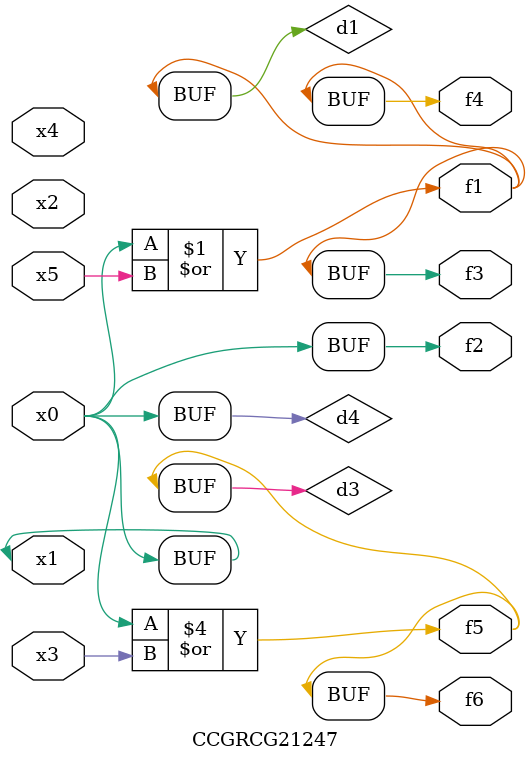
<source format=v>
module CCGRCG21247(
	input x0, x1, x2, x3, x4, x5,
	output f1, f2, f3, f4, f5, f6
);

	wire d1, d2, d3, d4;

	or (d1, x0, x5);
	xnor (d2, x1, x4);
	or (d3, x0, x3);
	buf (d4, x0, x1);
	assign f1 = d1;
	assign f2 = d4;
	assign f3 = d1;
	assign f4 = d1;
	assign f5 = d3;
	assign f6 = d3;
endmodule

</source>
